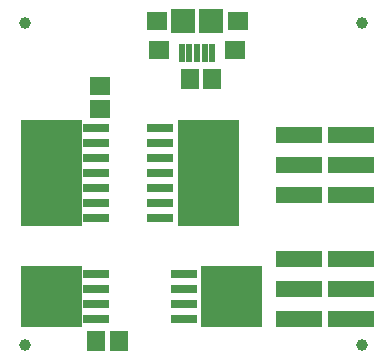
<source format=gbr>
G04 DipTrace 3.0.0.2*
G04 TopMask.gbr*
%MOIN*%
G04 #@! TF.FileFunction,Soldermask,Top*
G04 #@! TF.Part,Single*
%ADD35C,0.03937*%
%ADD42R,0.08674X0.031622*%
%ADD44R,0.052X0.052*%
%ADD46R,0.152882X0.058*%
%ADD48R,0.082803X0.082803*%
%ADD50R,0.065087X0.059181*%
%ADD52R,0.070992X0.063118*%
%ADD54R,0.023748X0.06115*%
%ADD56R,0.067055X0.059181*%
%ADD58R,0.059181X0.067055*%
%FSLAX26Y26*%
G04*
G70*
G90*
G75*
G01*
G04 TopMask*
%LPD*%
D58*
X1106500Y1406500D3*
X1031697D3*
D56*
X731402Y1306598D3*
Y1381402D3*
D58*
X719098Y531598D3*
X793902D3*
D35*
X481500Y1594000D3*
X1606500D3*
X481500Y519000D3*
X1606500D3*
D54*
X1106500Y1494000D3*
X1080909D3*
X1055319D3*
X1029728D3*
X1004138D3*
D52*
X1181303Y1502858D3*
X929335D3*
D50*
X1190161Y1599315D3*
X920476D3*
D48*
X1102563D3*
X1008075D3*
D46*
X1394000Y1219000D3*
Y1119000D3*
Y1019000D3*
X1568803D3*
Y1119000D3*
Y1219000D3*
X1394000Y806500D3*
Y706500D3*
Y606500D3*
X1568803D3*
Y706500D3*
Y806500D3*
D44*
X594000Y1044000D3*
Y994000D3*
Y944000D3*
Y1094000D3*
Y1144000D3*
Y1194000D3*
Y1244000D3*
X644000D3*
Y1194000D3*
Y1144000D3*
Y1094000D3*
Y1044000D3*
Y994000D3*
Y944000D3*
X544000Y1244000D3*
Y1194000D3*
Y1144000D3*
Y1094000D3*
Y1044000D3*
Y994000D3*
Y944000D3*
X494000D3*
Y994000D3*
Y1044000D3*
Y1094000D3*
Y1144000D3*
Y1194000D3*
Y1244000D3*
X1019000Y944000D3*
Y994000D3*
Y1044000D3*
Y1094000D3*
Y1144000D3*
Y1194000D3*
Y1244000D3*
X1069000D3*
Y1194000D3*
Y1144000D3*
Y1094000D3*
Y1044000D3*
Y994000D3*
Y944000D3*
X1119000D3*
Y994000D3*
Y1044000D3*
Y1094000D3*
Y1144000D3*
Y1194000D3*
Y1244000D3*
X1169000D3*
Y1194000D3*
Y1144000D3*
Y1094000D3*
Y1044000D3*
Y994000D3*
Y944000D3*
X644000Y756500D3*
X594000D3*
X544000D3*
X494000D3*
X644000Y706500D3*
X594000D3*
X544000D3*
X494000D3*
Y656500D3*
X544000D3*
X594000D3*
X644000D3*
Y606500D3*
X594000D3*
X544000D3*
X494000D3*
X1094000Y756500D3*
X1144000D3*
X1194000D3*
Y706500D3*
X1144000D3*
X1094000D3*
Y656500D3*
X1144000D3*
X1194000D3*
Y606500D3*
X1144000D3*
X1094000D3*
X1244000Y756500D3*
Y706500D3*
Y656500D3*
Y606500D3*
D42*
X719000Y1244000D3*
Y1194000D3*
Y1144000D3*
Y1094000D3*
Y1044000D3*
Y994000D3*
Y944000D3*
X931598D3*
Y994000D3*
Y1044000D3*
Y1094000D3*
Y1144000D3*
Y1194000D3*
Y1244000D3*
X1010339Y606500D3*
Y656500D3*
Y706500D3*
Y756500D3*
X719000D3*
Y706500D3*
Y656500D3*
Y606500D3*
G36*
X994000Y1265000D2*
X1187751D1*
Y1223000D1*
X994000D1*
Y1265000D1*
G37*
G36*
Y1215500D2*
X1187751D1*
Y1173500D1*
X994000D1*
Y1215500D1*
G37*
G36*
Y1164500D2*
X1187751D1*
Y1122500D1*
X994000D1*
Y1164500D1*
G37*
G36*
Y1115000D2*
X1187751D1*
Y1073000D1*
X994000D1*
Y1115000D1*
G37*
G36*
Y1064000D2*
X1187751D1*
Y1022000D1*
X994000D1*
Y1064000D1*
G37*
G36*
Y1014500D2*
X1187751D1*
Y972500D1*
X994000D1*
Y1014500D1*
G37*
G36*
Y965000D2*
X1187751D1*
Y923000D1*
X994000D1*
Y965000D1*
G37*
G36*
X473500Y1265000D2*
X667251D1*
Y1223000D1*
X473500D1*
Y1265000D1*
G37*
G36*
Y1215500D2*
X667251D1*
Y1173500D1*
X473500D1*
Y1215500D1*
G37*
G36*
Y1164500D2*
X667251D1*
Y1122500D1*
X473500D1*
Y1164500D1*
G37*
G36*
Y1115000D2*
X667251D1*
Y1073000D1*
X473500D1*
Y1115000D1*
G37*
G36*
Y1064000D2*
X667251D1*
Y1022000D1*
X473500D1*
Y1064000D1*
G37*
G36*
Y1014500D2*
X667251D1*
Y972500D1*
X473500D1*
Y1014500D1*
G37*
G36*
Y965000D2*
X667251D1*
Y923000D1*
X473500D1*
Y965000D1*
G37*
G36*
X472000Y777500D2*
X665751D1*
Y735500D1*
X472000D1*
Y777500D1*
G37*
G36*
Y726500D2*
X665751D1*
Y684500D1*
X472000D1*
Y726500D1*
G37*
G36*
Y677000D2*
X665751D1*
Y635000D1*
X472000D1*
Y677000D1*
G37*
G36*
X1069000Y777500D2*
X1262751D1*
Y735500D1*
X1069000D1*
Y777500D1*
G37*
G36*
Y726500D2*
X1262751D1*
Y684500D1*
X1069000D1*
Y726500D1*
G37*
G36*
Y677000D2*
X1262751D1*
Y635000D1*
X1069000D1*
Y677000D1*
G37*
G36*
Y627500D2*
X1262751D1*
Y585500D1*
X1069000D1*
Y627500D1*
G37*
G36*
X472000D2*
X665751D1*
Y585500D1*
X472000D1*
Y627500D1*
G37*
M02*

</source>
